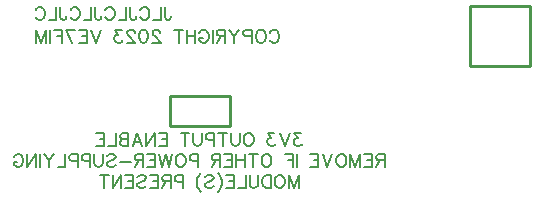
<source format=gbo>
G04 Layer: BottomSilkscreenLayer*
G04 Panelize: Stamp Hole, Column: 2, Row: 2, Board Size: 58.42mm x 58.42mm, Panelized Board Size: 122.84mm x 122.84mm*
G04 EasyEDA v6.5.32, 2023-07-30 21:55:26*
G04 0189717723f44532b496580ac8dbca45,5a6b42c53f6a479593ecc07194224c93,10*
G04 Gerber Generator version 0.2*
G04 Scale: 100 percent, Rotated: No, Reflected: No *
G04 Dimensions in millimeters *
G04 leading zeros omitted , absolute positions ,4 integer and 5 decimal *
%FSLAX45Y45*%
%MOMM*%

%ADD10C,0.1520*%
%ADD11C,0.1524*%
%ADD12C,0.2540*%

%LPD*%
D10*
X1865744Y5703338D02*
G01*
X1865744Y5620212D01*
X1870941Y5604624D01*
X1876135Y5599429D01*
X1886526Y5594235D01*
X1896917Y5594235D01*
X1907308Y5599429D01*
X1912505Y5604624D01*
X1917700Y5620212D01*
X1917700Y5630603D01*
X1831454Y5703338D02*
G01*
X1831454Y5594235D01*
X1831454Y5594235D02*
G01*
X1769110Y5594235D01*
X1656887Y5677362D02*
G01*
X1662084Y5687753D01*
X1672475Y5698144D01*
X1682864Y5703338D01*
X1703646Y5703338D01*
X1714037Y5698144D01*
X1724428Y5687753D01*
X1729625Y5677362D01*
X1734820Y5661774D01*
X1734820Y5635797D01*
X1729625Y5620212D01*
X1724428Y5609821D01*
X1714037Y5599429D01*
X1703646Y5594235D01*
X1682864Y5594235D01*
X1672475Y5599429D01*
X1662084Y5609821D01*
X1656887Y5620212D01*
X1570644Y5703338D02*
G01*
X1570644Y5620212D01*
X1575838Y5604624D01*
X1581035Y5599429D01*
X1591424Y5594235D01*
X1601815Y5594235D01*
X1612206Y5599429D01*
X1617403Y5604624D01*
X1622597Y5620212D01*
X1622597Y5630603D01*
X1536354Y5703338D02*
G01*
X1536354Y5594235D01*
X1536354Y5594235D02*
G01*
X1474007Y5594235D01*
X1361785Y5677362D02*
G01*
X1366982Y5687753D01*
X1377373Y5698144D01*
X1387764Y5703338D01*
X1408544Y5703338D01*
X1418935Y5698144D01*
X1429326Y5687753D01*
X1434523Y5677362D01*
X1439717Y5661774D01*
X1439717Y5635797D01*
X1434523Y5620212D01*
X1429326Y5609821D01*
X1418935Y5599429D01*
X1408544Y5594235D01*
X1387764Y5594235D01*
X1377373Y5599429D01*
X1366982Y5609821D01*
X1361785Y5620212D01*
X1275542Y5703338D02*
G01*
X1275542Y5620212D01*
X1280736Y5604624D01*
X1285933Y5599429D01*
X1296324Y5594235D01*
X1306715Y5594235D01*
X1317104Y5599429D01*
X1322301Y5604624D01*
X1327495Y5620212D01*
X1327495Y5630603D01*
X1241252Y5703338D02*
G01*
X1241252Y5594235D01*
X1241252Y5594235D02*
G01*
X1178905Y5594235D01*
X1066685Y5677362D02*
G01*
X1071879Y5687753D01*
X1082271Y5698144D01*
X1092662Y5703338D01*
X1113444Y5703338D01*
X1123835Y5698144D01*
X1134224Y5687753D01*
X1139421Y5677362D01*
X1144615Y5661774D01*
X1144615Y5635797D01*
X1139421Y5620212D01*
X1134224Y5609821D01*
X1123835Y5599429D01*
X1113444Y5594235D01*
X1092662Y5594235D01*
X1082271Y5599429D01*
X1071879Y5609821D01*
X1066685Y5620212D01*
X980439Y5703338D02*
G01*
X980439Y5620212D01*
X985634Y5604624D01*
X990831Y5599429D01*
X1001222Y5594235D01*
X1011613Y5594235D01*
X1022004Y5599429D01*
X1027198Y5604624D01*
X1032395Y5620212D01*
X1032395Y5630603D01*
X946150Y5703338D02*
G01*
X946150Y5594235D01*
X946150Y5594235D02*
G01*
X883805Y5594235D01*
X771583Y5677362D02*
G01*
X776777Y5687753D01*
X787168Y5698144D01*
X797560Y5703338D01*
X818342Y5703338D01*
X828733Y5698144D01*
X839124Y5687753D01*
X844318Y5677362D01*
X849515Y5661774D01*
X849515Y5635797D01*
X844318Y5620212D01*
X839124Y5609821D01*
X828733Y5599429D01*
X818342Y5594235D01*
X797560Y5594235D01*
X787168Y5599429D01*
X776777Y5609821D01*
X771583Y5620212D01*
D11*
X2754167Y5486862D02*
G01*
X2759364Y5497253D01*
X2769755Y5507644D01*
X2780144Y5512838D01*
X2800926Y5512838D01*
X2811317Y5507644D01*
X2821708Y5497253D01*
X2826905Y5486862D01*
X2832100Y5471274D01*
X2832100Y5445297D01*
X2826905Y5429712D01*
X2821708Y5419321D01*
X2811317Y5408929D01*
X2800926Y5403735D01*
X2780144Y5403735D01*
X2769755Y5408929D01*
X2759364Y5419321D01*
X2754167Y5429712D01*
X2688704Y5512838D02*
G01*
X2699095Y5507644D01*
X2709486Y5497253D01*
X2714683Y5486862D01*
X2719877Y5471274D01*
X2719877Y5445297D01*
X2714683Y5429712D01*
X2709486Y5419321D01*
X2699095Y5408929D01*
X2688704Y5403735D01*
X2667924Y5403735D01*
X2657533Y5408929D01*
X2647142Y5419321D01*
X2641945Y5429712D01*
X2636751Y5445297D01*
X2636751Y5471274D01*
X2641945Y5486862D01*
X2647142Y5497253D01*
X2657533Y5507644D01*
X2667924Y5512838D01*
X2688704Y5512838D01*
X2602461Y5512838D02*
G01*
X2602461Y5403735D01*
X2602461Y5512838D02*
G01*
X2555702Y5512838D01*
X2540114Y5507644D01*
X2534920Y5502447D01*
X2529725Y5492056D01*
X2529725Y5476471D01*
X2534920Y5466079D01*
X2540114Y5460885D01*
X2555702Y5455688D01*
X2602461Y5455688D01*
X2495435Y5512838D02*
G01*
X2453871Y5460885D01*
X2453871Y5403735D01*
X2412306Y5512838D02*
G01*
X2453871Y5460885D01*
X2378016Y5512838D02*
G01*
X2378016Y5403735D01*
X2378016Y5512838D02*
G01*
X2331257Y5512838D01*
X2315672Y5507644D01*
X2310475Y5502447D01*
X2305281Y5492056D01*
X2305281Y5481665D01*
X2310475Y5471274D01*
X2315672Y5466079D01*
X2331257Y5460885D01*
X2378016Y5460885D01*
X2341648Y5460885D02*
G01*
X2305281Y5403735D01*
X2270991Y5512838D02*
G01*
X2270991Y5403735D01*
X2158768Y5486862D02*
G01*
X2163965Y5497253D01*
X2174354Y5507644D01*
X2184745Y5512838D01*
X2205527Y5512838D01*
X2215918Y5507644D01*
X2226309Y5497253D01*
X2231504Y5486862D01*
X2236701Y5471274D01*
X2236701Y5445297D01*
X2231504Y5429712D01*
X2226309Y5419321D01*
X2215918Y5408929D01*
X2205527Y5403735D01*
X2184745Y5403735D01*
X2174354Y5408929D01*
X2163965Y5419321D01*
X2158768Y5429712D01*
X2158768Y5445297D01*
X2184745Y5445297D02*
G01*
X2158768Y5445297D01*
X2124478Y5512838D02*
G01*
X2124478Y5403735D01*
X2051743Y5512838D02*
G01*
X2051743Y5403735D01*
X2124478Y5460885D02*
G01*
X2051743Y5460885D01*
X1981085Y5512838D02*
G01*
X1981085Y5403735D01*
X2017453Y5512838D02*
G01*
X1944715Y5512838D01*
X1825221Y5486862D02*
G01*
X1825221Y5492056D01*
X1820024Y5502447D01*
X1814829Y5507644D01*
X1804438Y5512838D01*
X1783656Y5512838D01*
X1773265Y5507644D01*
X1768071Y5502447D01*
X1762874Y5492056D01*
X1762874Y5481665D01*
X1768071Y5471274D01*
X1778462Y5455688D01*
X1830415Y5403735D01*
X1757679Y5403735D01*
X1692216Y5512838D02*
G01*
X1707804Y5507644D01*
X1718195Y5492056D01*
X1723389Y5466079D01*
X1723389Y5450494D01*
X1718195Y5424515D01*
X1707804Y5408929D01*
X1692216Y5403735D01*
X1681825Y5403735D01*
X1666239Y5408929D01*
X1655848Y5424515D01*
X1650654Y5450494D01*
X1650654Y5466079D01*
X1655848Y5492056D01*
X1666239Y5507644D01*
X1681825Y5512838D01*
X1692216Y5512838D01*
X1611167Y5486862D02*
G01*
X1611167Y5492056D01*
X1605973Y5502447D01*
X1600776Y5507644D01*
X1590385Y5512838D01*
X1569605Y5512838D01*
X1559214Y5507644D01*
X1554017Y5502447D01*
X1548823Y5492056D01*
X1548823Y5481665D01*
X1554017Y5471274D01*
X1564408Y5455688D01*
X1616364Y5403735D01*
X1543626Y5403735D01*
X1498945Y5512838D02*
G01*
X1441795Y5512838D01*
X1472968Y5471274D01*
X1457383Y5471274D01*
X1446992Y5466079D01*
X1441795Y5460885D01*
X1436601Y5445297D01*
X1436601Y5434906D01*
X1441795Y5419321D01*
X1452186Y5408929D01*
X1467774Y5403735D01*
X1483360Y5403735D01*
X1498945Y5408929D01*
X1504142Y5414124D01*
X1509336Y5424515D01*
X1322301Y5512838D02*
G01*
X1280736Y5403735D01*
X1239174Y5512838D02*
G01*
X1280736Y5403735D01*
X1204884Y5512838D02*
G01*
X1204884Y5403735D01*
X1204884Y5512838D02*
G01*
X1137343Y5512838D01*
X1204884Y5460885D02*
G01*
X1163320Y5460885D01*
X1204884Y5403735D02*
G01*
X1137343Y5403735D01*
X1030315Y5512838D02*
G01*
X1082271Y5403735D01*
X1103053Y5512838D02*
G01*
X1030315Y5512838D01*
X996025Y5512838D02*
G01*
X996025Y5403735D01*
X996025Y5512838D02*
G01*
X928484Y5512838D01*
X996025Y5460885D02*
G01*
X954463Y5460885D01*
X894194Y5512838D02*
G01*
X894194Y5403735D01*
X859904Y5512838D02*
G01*
X859904Y5403735D01*
X859904Y5512838D02*
G01*
X818342Y5403735D01*
X776777Y5512838D02*
G01*
X818342Y5403735D01*
X776777Y5512838D02*
G01*
X776777Y5403735D01*
X3017456Y4636528D02*
G01*
X2960306Y4636528D01*
X2991479Y4594964D01*
X2975891Y4594964D01*
X2965503Y4589769D01*
X2960306Y4584575D01*
X2955112Y4568987D01*
X2955112Y4558596D01*
X2960306Y4543010D01*
X2970697Y4532619D01*
X2986283Y4527425D01*
X3001871Y4527425D01*
X3017456Y4532619D01*
X3022653Y4537814D01*
X3027847Y4548205D01*
X2920822Y4636528D02*
G01*
X2879257Y4527425D01*
X2837693Y4636528D02*
G01*
X2879257Y4527425D01*
X2793011Y4636528D02*
G01*
X2735861Y4636528D01*
X2767035Y4594964D01*
X2751449Y4594964D01*
X2741058Y4589769D01*
X2735861Y4584575D01*
X2730667Y4568987D01*
X2730667Y4558596D01*
X2735861Y4543010D01*
X2746253Y4532619D01*
X2761841Y4527425D01*
X2777426Y4527425D01*
X2793011Y4532619D01*
X2798208Y4537814D01*
X2803403Y4548205D01*
X2585194Y4636528D02*
G01*
X2595585Y4631334D01*
X2605976Y4620943D01*
X2611173Y4610552D01*
X2616367Y4594964D01*
X2616367Y4568987D01*
X2611173Y4553402D01*
X2605976Y4543010D01*
X2595585Y4532619D01*
X2585194Y4527425D01*
X2564411Y4527425D01*
X2554023Y4532619D01*
X2543632Y4543010D01*
X2538435Y4553402D01*
X2533241Y4568987D01*
X2533241Y4594964D01*
X2538435Y4610552D01*
X2543632Y4620943D01*
X2554023Y4631334D01*
X2564411Y4636528D01*
X2585194Y4636528D01*
X2498951Y4636528D02*
G01*
X2498951Y4558596D01*
X2493754Y4543010D01*
X2483363Y4532619D01*
X2467777Y4527425D01*
X2457386Y4527425D01*
X2441801Y4532619D01*
X2431409Y4543010D01*
X2426213Y4558596D01*
X2426213Y4636528D01*
X2355555Y4636528D02*
G01*
X2355555Y4527425D01*
X2391923Y4636528D02*
G01*
X2319187Y4636528D01*
X2284897Y4636528D02*
G01*
X2284897Y4527425D01*
X2284897Y4636528D02*
G01*
X2238138Y4636528D01*
X2222553Y4631334D01*
X2217356Y4626137D01*
X2212162Y4615746D01*
X2212162Y4600160D01*
X2217356Y4589769D01*
X2222553Y4584575D01*
X2238138Y4579378D01*
X2284897Y4579378D01*
X2177872Y4636528D02*
G01*
X2177872Y4558596D01*
X2172675Y4543010D01*
X2162284Y4532619D01*
X2146698Y4527425D01*
X2136307Y4527425D01*
X2120722Y4532619D01*
X2110331Y4543010D01*
X2105134Y4558596D01*
X2105134Y4636528D01*
X2034476Y4636528D02*
G01*
X2034476Y4527425D01*
X2070844Y4636528D02*
G01*
X1998108Y4636528D01*
X1883808Y4636528D02*
G01*
X1883808Y4527425D01*
X1883808Y4636528D02*
G01*
X1816267Y4636528D01*
X1883808Y4584575D02*
G01*
X1842244Y4584575D01*
X1883808Y4527425D02*
G01*
X1816267Y4527425D01*
X1781977Y4636528D02*
G01*
X1781977Y4527425D01*
X1781977Y4636528D02*
G01*
X1709242Y4527425D01*
X1709242Y4636528D02*
G01*
X1709242Y4527425D01*
X1633387Y4636528D02*
G01*
X1674952Y4527425D01*
X1633387Y4636528D02*
G01*
X1591823Y4527425D01*
X1659364Y4563793D02*
G01*
X1607411Y4563793D01*
X1557533Y4636528D02*
G01*
X1557533Y4527425D01*
X1557533Y4636528D02*
G01*
X1510774Y4636528D01*
X1495188Y4631334D01*
X1489991Y4626137D01*
X1484797Y4615746D01*
X1484797Y4605355D01*
X1489991Y4594964D01*
X1495188Y4589769D01*
X1510774Y4584575D01*
X1557533Y4584575D02*
G01*
X1510774Y4584575D01*
X1495188Y4579378D01*
X1489991Y4574184D01*
X1484797Y4563793D01*
X1484797Y4548205D01*
X1489991Y4537814D01*
X1495188Y4532619D01*
X1510774Y4527425D01*
X1557533Y4527425D01*
X1450507Y4636528D02*
G01*
X1450507Y4527425D01*
X1450507Y4527425D02*
G01*
X1388163Y4527425D01*
X1353873Y4636528D02*
G01*
X1353873Y4527425D01*
X1353873Y4636528D02*
G01*
X1286332Y4636528D01*
X1353873Y4584575D02*
G01*
X1312308Y4584575D01*
X1353873Y4527425D02*
G01*
X1286332Y4527425D01*
X3727162Y4458731D02*
G01*
X3727162Y4349628D01*
X3727162Y4458731D02*
G01*
X3680404Y4458731D01*
X3664818Y4453536D01*
X3659621Y4448340D01*
X3654427Y4437948D01*
X3654427Y4427557D01*
X3659621Y4417166D01*
X3664818Y4411972D01*
X3680404Y4406778D01*
X3727162Y4406778D01*
X3690795Y4406778D02*
G01*
X3654427Y4349628D01*
X3620137Y4458731D02*
G01*
X3620137Y4349628D01*
X3620137Y4458731D02*
G01*
X3552596Y4458731D01*
X3620137Y4406778D02*
G01*
X3578572Y4406778D01*
X3620137Y4349628D02*
G01*
X3552596Y4349628D01*
X3518306Y4458731D02*
G01*
X3518306Y4349628D01*
X3518306Y4458731D02*
G01*
X3476741Y4349628D01*
X3435177Y4458731D02*
G01*
X3476741Y4349628D01*
X3435177Y4458731D02*
G01*
X3435177Y4349628D01*
X3369716Y4458731D02*
G01*
X3380107Y4453536D01*
X3390498Y4443145D01*
X3395692Y4432754D01*
X3400887Y4417166D01*
X3400887Y4391190D01*
X3395692Y4375604D01*
X3390498Y4365213D01*
X3380107Y4354822D01*
X3369716Y4349628D01*
X3348934Y4349628D01*
X3338542Y4354822D01*
X3328151Y4365213D01*
X3322957Y4375604D01*
X3317760Y4391190D01*
X3317760Y4417166D01*
X3322957Y4432754D01*
X3328151Y4443145D01*
X3338542Y4453536D01*
X3348934Y4458731D01*
X3369716Y4458731D01*
X3283470Y4458731D02*
G01*
X3241908Y4349628D01*
X3200344Y4458731D02*
G01*
X3241908Y4349628D01*
X3166054Y4458731D02*
G01*
X3166054Y4349628D01*
X3166054Y4458731D02*
G01*
X3098512Y4458731D01*
X3166054Y4406778D02*
G01*
X3124489Y4406778D01*
X3166054Y4349628D02*
G01*
X3098512Y4349628D01*
X2984212Y4458731D02*
G01*
X2984212Y4349628D01*
X2949922Y4458731D02*
G01*
X2949922Y4349628D01*
X2949922Y4458731D02*
G01*
X2882381Y4458731D01*
X2949922Y4406778D02*
G01*
X2908358Y4406778D01*
X2736908Y4458731D02*
G01*
X2747299Y4453536D01*
X2757690Y4443145D01*
X2762887Y4432754D01*
X2768081Y4417166D01*
X2768081Y4391190D01*
X2762887Y4375604D01*
X2757690Y4365213D01*
X2747299Y4354822D01*
X2736908Y4349628D01*
X2716128Y4349628D01*
X2705737Y4354822D01*
X2695346Y4365213D01*
X2690149Y4375604D01*
X2684955Y4391190D01*
X2684955Y4417166D01*
X2690149Y4432754D01*
X2695346Y4443145D01*
X2705737Y4453536D01*
X2716128Y4458731D01*
X2736908Y4458731D01*
X2614297Y4458731D02*
G01*
X2614297Y4349628D01*
X2650665Y4458731D02*
G01*
X2577927Y4458731D01*
X2543637Y4458731D02*
G01*
X2543637Y4349628D01*
X2470901Y4458731D02*
G01*
X2470901Y4349628D01*
X2543637Y4406778D02*
G01*
X2470901Y4406778D01*
X2436611Y4458731D02*
G01*
X2436611Y4349628D01*
X2436611Y4458731D02*
G01*
X2369070Y4458731D01*
X2436611Y4406778D02*
G01*
X2395047Y4406778D01*
X2436611Y4349628D02*
G01*
X2369070Y4349628D01*
X2334780Y4458731D02*
G01*
X2334780Y4349628D01*
X2334780Y4458731D02*
G01*
X2288021Y4458731D01*
X2272436Y4453536D01*
X2267239Y4448340D01*
X2262045Y4437948D01*
X2262045Y4427557D01*
X2267239Y4417166D01*
X2272436Y4411972D01*
X2288021Y4406778D01*
X2334780Y4406778D01*
X2298412Y4406778D02*
G01*
X2262045Y4349628D01*
X2147745Y4458731D02*
G01*
X2147745Y4349628D01*
X2147745Y4458731D02*
G01*
X2100986Y4458731D01*
X2085398Y4453536D01*
X2080204Y4448340D01*
X2075007Y4437948D01*
X2075007Y4422363D01*
X2080204Y4411972D01*
X2085398Y4406778D01*
X2100986Y4401581D01*
X2147745Y4401581D01*
X2009546Y4458731D02*
G01*
X2019937Y4453536D01*
X2030328Y4443145D01*
X2035522Y4432754D01*
X2040717Y4417166D01*
X2040717Y4391190D01*
X2035522Y4375604D01*
X2030328Y4365213D01*
X2019937Y4354822D01*
X2009546Y4349628D01*
X1988764Y4349628D01*
X1978372Y4354822D01*
X1967981Y4365213D01*
X1962787Y4375604D01*
X1957590Y4391190D01*
X1957590Y4417166D01*
X1962787Y4432754D01*
X1967981Y4443145D01*
X1978372Y4453536D01*
X1988764Y4458731D01*
X2009546Y4458731D01*
X1923300Y4458731D02*
G01*
X1897324Y4349628D01*
X1871347Y4458731D02*
G01*
X1897324Y4349628D01*
X1871347Y4458731D02*
G01*
X1845368Y4349628D01*
X1819391Y4458731D02*
G01*
X1845368Y4349628D01*
X1785101Y4458731D02*
G01*
X1785101Y4349628D01*
X1785101Y4458731D02*
G01*
X1717560Y4458731D01*
X1785101Y4406778D02*
G01*
X1743537Y4406778D01*
X1785101Y4349628D02*
G01*
X1717560Y4349628D01*
X1683270Y4458731D02*
G01*
X1683270Y4349628D01*
X1683270Y4458731D02*
G01*
X1636511Y4458731D01*
X1620926Y4453536D01*
X1615729Y4448340D01*
X1610535Y4437948D01*
X1610535Y4427557D01*
X1615729Y4417166D01*
X1620926Y4411972D01*
X1636511Y4406778D01*
X1683270Y4406778D01*
X1646902Y4406778D02*
G01*
X1610535Y4349628D01*
X1576245Y4396386D02*
G01*
X1482727Y4396386D01*
X1375699Y4443145D02*
G01*
X1386090Y4453536D01*
X1401678Y4458731D01*
X1422458Y4458731D01*
X1438046Y4453536D01*
X1448437Y4443145D01*
X1448437Y4432754D01*
X1443240Y4422363D01*
X1438046Y4417166D01*
X1427655Y4411972D01*
X1396481Y4401581D01*
X1386090Y4396386D01*
X1380896Y4391190D01*
X1375699Y4380798D01*
X1375699Y4365213D01*
X1386090Y4354822D01*
X1401678Y4349628D01*
X1422458Y4349628D01*
X1438046Y4354822D01*
X1448437Y4365213D01*
X1341409Y4458731D02*
G01*
X1341409Y4380798D01*
X1336215Y4365213D01*
X1325824Y4354822D01*
X1310238Y4349628D01*
X1299847Y4349628D01*
X1284259Y4354822D01*
X1273868Y4365213D01*
X1268674Y4380798D01*
X1268674Y4458731D01*
X1234384Y4458731D02*
G01*
X1234384Y4349628D01*
X1234384Y4458731D02*
G01*
X1187625Y4458731D01*
X1172037Y4453536D01*
X1166842Y4448340D01*
X1161648Y4437948D01*
X1161648Y4422363D01*
X1166842Y4411972D01*
X1172037Y4406778D01*
X1187625Y4401581D01*
X1234384Y4401581D01*
X1127358Y4458731D02*
G01*
X1127358Y4349628D01*
X1127358Y4458731D02*
G01*
X1080597Y4458731D01*
X1065011Y4453536D01*
X1059817Y4448340D01*
X1054620Y4437948D01*
X1054620Y4422363D01*
X1059817Y4411972D01*
X1065011Y4406778D01*
X1080597Y4401581D01*
X1127358Y4401581D01*
X1020330Y4458731D02*
G01*
X1020330Y4349628D01*
X1020330Y4349628D02*
G01*
X957986Y4349628D01*
X923696Y4458731D02*
G01*
X882131Y4406778D01*
X882131Y4349628D01*
X840567Y4458731D02*
G01*
X882131Y4406778D01*
X806277Y4458731D02*
G01*
X806277Y4349628D01*
X771987Y4458731D02*
G01*
X771987Y4349628D01*
X771987Y4458731D02*
G01*
X699251Y4349628D01*
X699251Y4458731D02*
G01*
X699251Y4349628D01*
X587029Y4432754D02*
G01*
X592226Y4443145D01*
X602617Y4453536D01*
X613008Y4458731D01*
X633788Y4458731D01*
X644179Y4453536D01*
X654570Y4443145D01*
X659767Y4432754D01*
X664961Y4417166D01*
X664961Y4391190D01*
X659767Y4375604D01*
X654570Y4365213D01*
X644179Y4354822D01*
X633788Y4349628D01*
X613008Y4349628D01*
X602617Y4354822D01*
X592226Y4365213D01*
X587029Y4375604D01*
X587029Y4391190D01*
X613008Y4391190D02*
G01*
X587029Y4391190D01*
X2997194Y4280931D02*
G01*
X2997194Y4171828D01*
X2997194Y4280931D02*
G01*
X2955630Y4171828D01*
X2914068Y4280931D02*
G01*
X2955630Y4171828D01*
X2914068Y4280931D02*
G01*
X2914068Y4171828D01*
X2848604Y4280931D02*
G01*
X2858996Y4275736D01*
X2869387Y4265345D01*
X2874581Y4254954D01*
X2879778Y4239366D01*
X2879778Y4213390D01*
X2874581Y4197804D01*
X2869387Y4187413D01*
X2858996Y4177022D01*
X2848604Y4171828D01*
X2827822Y4171828D01*
X2817431Y4177022D01*
X2807040Y4187413D01*
X2801846Y4197804D01*
X2796649Y4213390D01*
X2796649Y4239366D01*
X2801846Y4254954D01*
X2807040Y4265345D01*
X2817431Y4275736D01*
X2827822Y4280931D01*
X2848604Y4280931D01*
X2762359Y4280931D02*
G01*
X2762359Y4171828D01*
X2762359Y4280931D02*
G01*
X2725991Y4280931D01*
X2710406Y4275736D01*
X2700014Y4265345D01*
X2694820Y4254954D01*
X2689623Y4239366D01*
X2689623Y4213390D01*
X2694820Y4197804D01*
X2700014Y4187413D01*
X2710406Y4177022D01*
X2725991Y4171828D01*
X2762359Y4171828D01*
X2655333Y4280931D02*
G01*
X2655333Y4202998D01*
X2650139Y4187413D01*
X2639748Y4177022D01*
X2624160Y4171828D01*
X2613769Y4171828D01*
X2598183Y4177022D01*
X2587792Y4187413D01*
X2582598Y4202998D01*
X2582598Y4280931D01*
X2548308Y4280931D02*
G01*
X2548308Y4171828D01*
X2548308Y4171828D02*
G01*
X2485961Y4171828D01*
X2451671Y4280931D02*
G01*
X2451671Y4171828D01*
X2451671Y4280931D02*
G01*
X2384130Y4280931D01*
X2451671Y4228978D02*
G01*
X2410109Y4228978D01*
X2451671Y4171828D02*
G01*
X2384130Y4171828D01*
X2313472Y4301713D02*
G01*
X2323863Y4291322D01*
X2334254Y4275736D01*
X2344646Y4254954D01*
X2349840Y4228978D01*
X2349840Y4208195D01*
X2344646Y4182216D01*
X2334254Y4161436D01*
X2323863Y4145848D01*
X2313472Y4135457D01*
X2206447Y4265345D02*
G01*
X2216838Y4275736D01*
X2232423Y4280931D01*
X2253206Y4280931D01*
X2268791Y4275736D01*
X2279182Y4265345D01*
X2279182Y4254954D01*
X2273988Y4244563D01*
X2268791Y4239366D01*
X2258400Y4234172D01*
X2227229Y4223781D01*
X2216838Y4218586D01*
X2211641Y4213390D01*
X2206447Y4202998D01*
X2206447Y4187413D01*
X2216838Y4177022D01*
X2232423Y4171828D01*
X2253206Y4171828D01*
X2268791Y4177022D01*
X2279182Y4187413D01*
X2172157Y4301713D02*
G01*
X2161766Y4291322D01*
X2151374Y4275736D01*
X2140983Y4254954D01*
X2135789Y4228978D01*
X2135789Y4208195D01*
X2140983Y4182216D01*
X2151374Y4161436D01*
X2161766Y4145848D01*
X2172157Y4135457D01*
X2021489Y4280931D02*
G01*
X2021489Y4171828D01*
X2021489Y4280931D02*
G01*
X1974730Y4280931D01*
X1959142Y4275736D01*
X1953948Y4270540D01*
X1948751Y4260148D01*
X1948751Y4244563D01*
X1953948Y4234172D01*
X1959142Y4228978D01*
X1974730Y4223781D01*
X2021489Y4223781D01*
X1914461Y4280931D02*
G01*
X1914461Y4171828D01*
X1914461Y4280931D02*
G01*
X1867702Y4280931D01*
X1852117Y4275736D01*
X1846920Y4270540D01*
X1841726Y4260148D01*
X1841726Y4249757D01*
X1846920Y4239366D01*
X1852117Y4234172D01*
X1867702Y4228978D01*
X1914461Y4228978D01*
X1878093Y4228978D02*
G01*
X1841726Y4171828D01*
X1807436Y4280931D02*
G01*
X1807436Y4171828D01*
X1807436Y4280931D02*
G01*
X1739894Y4280931D01*
X1807436Y4228978D02*
G01*
X1765871Y4228978D01*
X1807436Y4171828D02*
G01*
X1739894Y4171828D01*
X1632869Y4265345D02*
G01*
X1643260Y4275736D01*
X1658846Y4280931D01*
X1679628Y4280931D01*
X1695213Y4275736D01*
X1705604Y4265345D01*
X1705604Y4254954D01*
X1700410Y4244563D01*
X1695213Y4239366D01*
X1684822Y4234172D01*
X1653649Y4223781D01*
X1643260Y4218586D01*
X1638063Y4213390D01*
X1632869Y4202998D01*
X1632869Y4187413D01*
X1643260Y4177022D01*
X1658846Y4171828D01*
X1679628Y4171828D01*
X1695213Y4177022D01*
X1705604Y4187413D01*
X1598579Y4280931D02*
G01*
X1598579Y4171828D01*
X1598579Y4280931D02*
G01*
X1531038Y4280931D01*
X1598579Y4228978D02*
G01*
X1557014Y4228978D01*
X1598579Y4171828D02*
G01*
X1531038Y4171828D01*
X1496748Y4280931D02*
G01*
X1496748Y4171828D01*
X1496748Y4280931D02*
G01*
X1424010Y4171828D01*
X1424010Y4280931D02*
G01*
X1424010Y4171828D01*
X1353352Y4280931D02*
G01*
X1353352Y4171828D01*
X1389720Y4280931D02*
G01*
X1316984Y4280931D01*
D12*
X2413002Y4953000D02*
G01*
X2413002Y4699000D01*
X1905002Y4699000D01*
X1905002Y4953000D01*
X2413002Y4953000D01*
X2413002Y4699000D01*
X4445000Y5715000D02*
G01*
X4953000Y5715000D01*
X4953000Y5207000D01*
X4445000Y5207000D01*
X4445000Y5715000D01*
M02*

</source>
